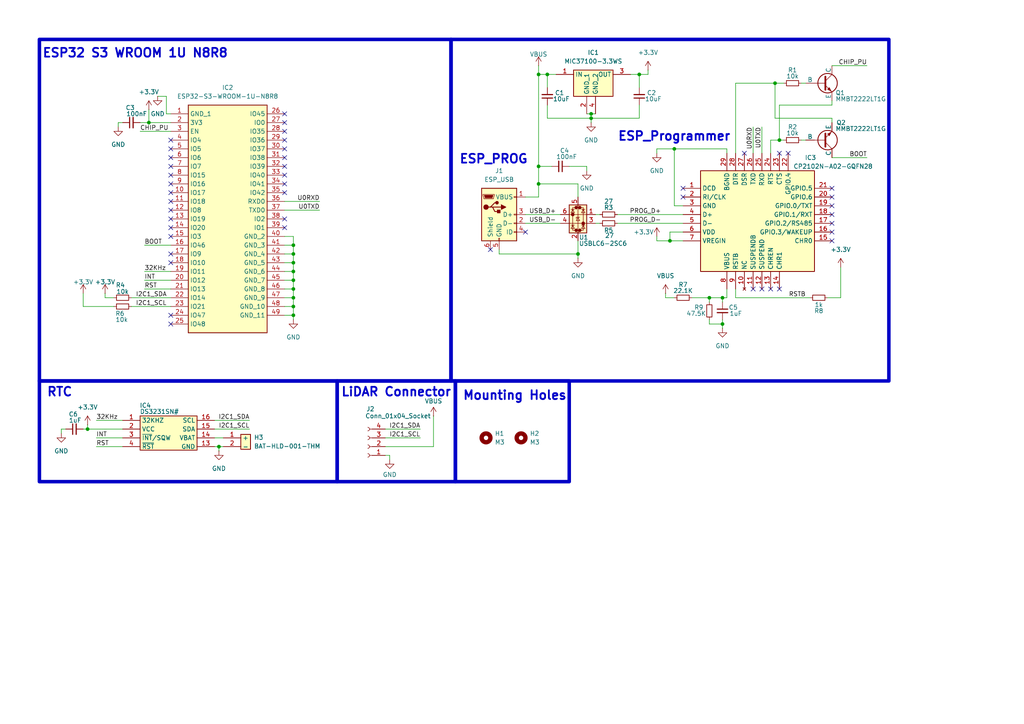
<source format=kicad_sch>
(kicad_sch (version 20250114) (generator "eeschema") (generator_version "9.0")
  (paper "A4")
  (title_block (title "SDM26 Timing Gate") (date "2025-07-16") (rev "V1.0") (company "Sun Devil Motorsports"))
  (lib_symbols
    (symbol "BAT-HLD-001-THM_1"
      (property "Reference" "H" (at 4.826 9.652 0))
      (property "Value" "BAT-HLD-001-THM" (at 4.826 7.112 0))
      (symbol "BAT-HLD-001-THM_1_1_1"
        (rectangle (start 5.08 3.556) (end 7.874 -0.762) (stroke (width 0.254)) (fill (type background)))
        (pin passive line (at 0 2.54 0) (length 5.08) (name "+") (number "1"))
        (pin passive line (at 0 0 0) (length 5.08) (name "-") (number "2"))
      )
    )
    (symbol "Connector:Conn_01x04_Socket" (pin_names (offset 1.016) (hide yes))
      (property "Reference" "J" (at 0 5.08 0))
      (property "Value" "Conn_01x04_Socket" (at 0 -7.62 0))
      (symbol "Conn_01x04_Socket_1_1"
        (polyline (pts (xy -1.27 2.54) (xy -0.508 2.54)) (stroke (width 0.1524)))
        (polyline (pts (xy -1.27 0) (xy -0.508 0)) (stroke (width 0.1524)))
        (polyline (pts (xy -1.27 -2.54) (xy -0.508 -2.54)) (stroke (width 0.1524)))
        (polyline (pts (xy -1.27 -5.08) (xy -0.508 -5.08)) (stroke (width 0.1524)))
        (arc (start 0 2.032) (mid -0.5058 2.54) (end 0 3.048) (stroke (width 0.1524)))
        (arc (start 0 -0.508) (mid -0.5058 0) (end 0 0.508) (stroke (width 0.1524)))
        (arc (start 0 -3.048) (mid -0.5058 -2.54) (end 0 -2.032) (stroke (width 0.1524)))
        (arc (start 0 -5.588) (mid -0.5058 -5.08) (end 0 -4.572) (stroke (width 0.1524)))
        (pin passive line (at -5.08 2.54 0) (length 3.81) (name "Pin_1") (number "1"))
        (pin passive line (at -5.08 0 0) (length 3.81) (name "Pin_2") (number "2"))
        (pin passive line (at -5.08 -2.54 0) (length 3.81) (name "Pin_3") (number "3"))
        (pin passive line (at -5.08 -5.08 0) (length 3.81) (name "Pin_4") (number "4"))
      )
    )
    (symbol "Connector:USB_B_Micro" (pin_names (offset 1.016))
      (property "Reference" "J" (at -5.08 11.43 0))
      (property "Value" "USB_B_Micro" (at -5.08 8.89 0))
      (symbol "USB_B_Micro_0_1"
        (rectangle (start -5.08 -7.62) (end 5.08 7.62) (stroke (width 0.254)) (fill (type background)))
        (polyline (pts (xy -4.699 5.842) (xy -4.699 5.588) (xy -4.445 4.826) (xy -4.445 4.572) (xy -1.651 4.572) (xy -1.651 4.826) (xy -1.397 5.588) (xy -1.397 5.842) (xy -4.699 5.842)))
        (polyline (pts (xy -4.318 5.588) (xy -1.778 5.588) (xy -2.032 4.826) (xy -4.064 4.826) (xy -4.318 5.588)) (fill (type outline)))
        (circle (center -3.81 2.159) (radius 0.635) (stroke (width 0.254)) (fill (type outline)))
        (polyline (pts (xy -3.175 2.159) (xy -2.54 2.159) (xy -1.27 3.429) (xy -0.635 3.429)) (stroke (width 0.254)))
        (polyline (pts (xy -2.54 2.159) (xy -1.905 2.159) (xy -1.27 0.889) (xy 0 0.889)) (stroke (width 0.254)))
        (polyline (pts (xy -1.905 2.159) (xy 0.635 2.159)) (stroke (width 0.254)))
        (circle (center -0.635 3.429) (radius 0.381) (stroke (width 0.254)) (fill (type outline)))
        (rectangle (start -0.127 -7.62) (end 0.127 -6.858))
        (rectangle (start 0.254 1.27) (end -0.508 0.508) (stroke (width 0.254)) (fill (type outline)))
        (polyline (pts (xy 0.635 2.794) (xy 0.635 1.524) (xy 1.905 2.159) (xy 0.635 2.794)) (stroke (width 0.254)) (fill (type outline)))
        (rectangle (start 5.08 4.953) (end 4.318 5.207))
        (rectangle (start 5.08 -0.127) (end 4.318 0.127))
        (rectangle (start 5.08 -2.667) (end 4.318 -2.413))
        (rectangle (start 5.08 -5.207) (end 4.318 -4.953))
      )
      (symbol "USB_B_Micro_1_1"
        (pin passive line (at -2.54 -10.16 90) (length 2.54) (name "Shield") (number "6"))
        (pin power_out line (at 0 -10.16 90) (length 2.54) (name "GND") (number "5"))
        (pin power_out line (at 7.62 5.08 180) (length 2.54) (name "VBUS") (number "1"))
        (pin bidirectional line (at 7.62 0 180) (length 2.54) (name "D+") (number "3"))
        (pin bidirectional line (at 7.62 -2.54 180) (length 2.54) (name "D-") (number "2"))
        (pin passive line (at 7.62 -5.08 180) (length 2.54) (name "ID") (number "4"))
      )
    )
    (symbol "Device:C_Small" (pin_numbers (hide yes)) (pin_names (offset 0.254) (hide yes))
      (property "Reference" "C" (at 0.254 1.778 0))
      (property "Value" "C_Small" (at 0.254 -2.032 0))
      (symbol "C_Small_0_1"
        (polyline (pts (xy -1.524 0.508) (xy 1.524 0.508)) (stroke (width 0.3048)))
        (polyline (pts (xy -1.524 -0.508) (xy 1.524 -0.508)) (stroke (width 0.3302)))
      )
      (symbol "C_Small_1_1"
        (pin passive line (at 0 2.54 270) (length 2.032) (name "~") (number "1"))
        (pin passive line (at 0 -2.54 90) (length 2.032) (name "~") (number "2"))
      )
    )
    (symbol "Device:R_Small" (pin_numbers (hide yes)) (pin_names (offset 0.254) (hide yes))
      (property "Reference" "R" (at 0.762 0.508 0))
      (property "Value" "R_Small" (at 0.762 -1.016 0))
      (symbol "R_Small_0_1"
        (rectangle (start -0.762 1.778) (end 0.762 -1.778) (stroke (width 0.2032)))
      )
      (symbol "R_Small_1_1"
        (pin passive line (at 0 2.54 270) (length 0.762) (name "~") (number "1"))
        (pin passive line (at 0 -2.54 90) (length 0.762) (name "~") (number "2"))
      )
    )
    (symbol "Mechanical:MountingHole" (pin_names (offset 1.016))
      (property "Reference" "H" (at 0 5.08 0))
      (property "Value" "MountingHole" (at 0 3.175 0))
      (symbol "MountingHole_0_1"
        (circle (center 0 0) (radius 1.27) (stroke (width 1.27)))
      )
    )
    (symbol "NPN_1" (pin_numbers (hide yes)) (pin_names (offset 0))
      (property "Reference" "Q2" (at 5.08 1.2701 0))
      (property "Value" "NPN" (at 5.08 -1.2699 0))
      (symbol "NPN_1_0_1"
        (polyline (pts (xy -2.54 0) (xy 0.635 0)) (stroke (width 0.1524)))
        (polyline (pts (xy 0.635 1.905) (xy 0.635 -1.905) (xy 0.635 -1.905)) (stroke (width 0.508)))
        (polyline (pts (xy 0.635 0.635) (xy 2.54 2.54) (xy 2.54 2.54)))
        (polyline (pts (xy 0.635 -0.635) (xy 2.54 -2.54)))
        (polyline (pts (xy 1.27 1.778) (xy 1.778 1.27) (xy 2.286 2.286) (xy 1.27 1.778) (xy 1.27 1.778)) (fill (type outline)))
        (circle (center 1.27 0) (radius 2.8194) (stroke (width 0.254)))
        (polyline (pts (xy 2.794 -1.27) (xy 2.794 -1.27)) (stroke (width 0.1524)))
        (polyline (pts (xy 2.794 -1.27) (xy 2.794 -1.27)) (stroke (width 0.1524)))
      )
      (symbol "NPN_1_1_1"
        (pin input line (at -5.08 0 0) (length 2.54) (name "B") (number "2"))
        (pin open_emitter line (at 2.54 5.08 270) (length 2.54) (name "E") (number "3"))
        (pin open_collector line (at 2.54 -5.08 90) (length 2.54) (name "C") (number "1"))
      )
    )
    (symbol "Power_Protection:USBLC6-2SC6" (pin_names (hide yes))
      (property "Reference" "U5" (at 1.6511 7.62 0))
      (property "Value" "USBLC6-2SC6" (at 1.6511 5.08 0))
      (symbol "USBLC6-2SC6_0_0"
        (circle (center -1.524 0) (radius 0.0001) (stroke (width 0.508)))
        (circle (center -0.508 2.032) (radius 0.0001) (stroke (width 0.508)))
        (circle (center -0.508 -4.572) (radius 0.0001) (stroke (width 0.508)))
        (circle (center 0.508 2.032) (radius 0.0001) (stroke (width 0.508)))
        (circle (center 0.508 -4.572) (radius 0.0001) (stroke (width 0.508)))
        (circle (center 1.524 -2.54) (radius 0.0001) (stroke (width 0.508)))
      )
      (symbol "USBLC6-2SC6_0_1"
        (polyline (pts (xy -2.54 0) (xy 2.54 0)))
        (polyline (pts (xy -2.54 -2.54) (xy 2.54 -2.54)))
        (polyline (pts (xy -2.032 0.508) (xy -1.016 0.508) (xy -1.524 1.524) (xy -2.032 0.508)))
        (polyline (pts (xy -2.032 -3.048) (xy -1.016 -3.048)))
        (polyline (pts (xy -1.016 1.524) (xy -2.032 1.524)))
        (polyline (pts (xy -1.016 -4.064) (xy -2.032 -4.064) (xy -1.524 -3.048) (xy -1.016 -4.064)))
        (polyline (pts (xy -0.508 -1.143) (xy -0.508 -0.762) (xy 0.508 -0.762)))
        (polyline (pts (xy 0 2.54) (xy -0.508 2.032) (xy 0.508 2.032) (xy 0 1.524) (xy 0 -4.064) (xy -0.508 -4.572) (xy 0.508 -4.572) (xy 0 -5.08)))
        (polyline (pts (xy 0.508 -1.778) (xy -0.508 -1.778) (xy 0 -0.762) (xy 0.508 -1.778)))
        (polyline (pts (xy 1.016 1.524) (xy 2.032 1.524)))
        (polyline (pts (xy 1.016 -3.048) (xy 2.032 -3.048)))
        (polyline (pts (xy 2.032 0.508) (xy 1.016 0.508) (xy 1.524 1.524) (xy 2.032 0.508)))
        (polyline (pts (xy 2.032 -4.064) (xy 1.016 -4.064) (xy 1.524 -3.048) (xy 2.032 -4.064)))
      )
      (symbol "USBLC6-2SC6_1_1"
        (rectangle (start -2.54 2.794) (end 2.54 -5.334) (stroke (width 0.254)) (fill (type background)))
        (polyline (pts (xy -0.508 2.032) (xy -1.524 2.032) (xy -1.524 -4.572) (xy -0.508 -4.572)))
        (polyline (pts (xy 0.508 -4.572) (xy 1.524 -4.572) (xy 1.524 2.032) (xy 0.508 2.032)))
        (pin passive line (at -5.08 0 0) (length 2.54) (name "I/O1") (number "6"))
        (pin passive line (at -5.08 -2.54 0) (length 2.54) (name "I/O2") (number "4"))
        (pin passive line (at 0 5.08 270) (length 2.54) (name "VBUS") (number "5"))
        (pin passive line (at 0 -7.62 90) (length 2.54) (name "GND") (number "2"))
        (pin passive line (at 5.08 0 180) (length 2.54) (name "I/O1") (number "1"))
        (pin passive line (at 5.08 -2.54 180) (length 2.54) (name "I/O2") (number "3"))
      )
    )
    (symbol "SDM_MICRO_CONTROLLER:ESP32-S3-WROOM-1U-N8R8"
      (property "Reference" "IC" (at 29.21 7.62 0))
      (property "Value" "ESP32-S3-WROOM-1U-N8R8" (at 29.21 5.08 0))
      (symbol "ESP32-S3-WROOM-1U-N8R8_1_1"
        (rectangle (start 5.08 2.54) (end 27.94 -63.5) (stroke (width 0.254)) (fill (type background)))
        (pin passive line (at 0 0 0) (length 5.08) (name "GND_1") (number "1"))
        (pin passive line (at 0 -2.54 0) (length 5.08) (name "3V3") (number "2"))
        (pin passive line (at 0 -5.08 0) (length 5.08) (name "EN") (number "3"))
        (pin passive line (at 0 -7.62 0) (length 5.08) (name "IO4") (number "4"))
        (pin passive line (at 0 -10.16 0) (length 5.08) (name "IO5") (number "5"))
        (pin passive line (at 0 -12.7 0) (length 5.08) (name "IO6") (number "6"))
        (pin passive line (at 0 -15.24 0) (length 5.08) (name "IO7") (number "7"))
        (pin passive line (at 0 -17.78 0) (length 5.08) (name "IO15") (number "8"))
        (pin passive line (at 0 -20.32 0) (length 5.08) (name "IO16") (number "9"))
        (pin passive line (at 0 -22.86 0) (length 5.08) (name "IO17") (number "10"))
        (pin passive line (at 0 -25.4 0) (length 5.08) (name "IO18") (number "11"))
        (pin passive line (at 0 -27.94 0) (length 5.08) (name "IO8") (number "12"))
        (pin passive line (at 0 -30.48 0) (length 5.08) (name "IO19") (number "13"))
        (pin passive line (at 0 -33.02 0) (length 5.08) (name "IO20") (number "14"))
        (pin passive line (at 0 -35.56 0) (length 5.08) (name "IO3") (number "15"))
        (pin passive line (at 0 -38.1 0) (length 5.08) (name "IO46") (number "16"))
        (pin passive line (at 0 -40.64 0) (length 5.08) (name "IO9") (number "17"))
        (pin passive line (at 0 -43.18 0) (length 5.08) (name "IO10") (number "18"))
        (pin passive line (at 0 -45.72 0) (length 5.08) (name "IO11") (number "19"))
        (pin passive line (at 0 -48.26 0) (length 5.08) (name "IO12") (number "20"))
        (pin passive line (at 0 -50.8 0) (length 5.08) (name "IO13") (number "21"))
        (pin passive line (at 0 -53.34 0) (length 5.08) (name "IO14") (number "22"))
        (pin passive line (at 0 -55.88 0) (length 5.08) (name "IO21") (number "23"))
        (pin passive line (at 0 -58.42 0) (length 5.08) (name "IO47") (number "24"))
        (pin passive line (at 0 -60.96 0) (length 5.08) (name "IO48") (number "25"))
        (pin passive line (at 33.02 0 180) (length 5.08) (name "IO45") (number "26"))
        (pin passive line (at 33.02 -2.54 180) (length 5.08) (name "IO0") (number "27"))
        (pin passive line (at 33.02 -5.08 180) (length 5.08) (name "IO35") (number "28"))
        (pin passive line (at 33.02 -7.62 180) (length 5.08) (name "IO36") (number "29"))
        (pin passive line (at 33.02 -10.16 180) (length 5.08) (name "IO37") (number "30"))
        (pin passive line (at 33.02 -12.7 180) (length 5.08) (name "IO38") (number "31"))
        (pin passive line (at 33.02 -15.24 180) (length 5.08) (name "IO39") (number "32"))
        (pin passive line (at 33.02 -17.78 180) (length 5.08) (name "IO40") (number "33"))
        (pin passive line (at 33.02 -20.32 180) (length 5.08) (name "IO41") (number "34"))
        (pin passive line (at 33.02 -22.86 180) (length 5.08) (name "IO42") (number "35"))
        (pin passive line (at 33.02 -25.4 180) (length 5.08) (name "RXD0") (number "36"))
        (pin passive line (at 33.02 -27.94 180) (length 5.08) (name "TXD0") (number "37"))
        (pin passive line (at 33.02 -30.48 180) (length 5.08) (name "IO2") (number "38"))
        (pin passive line (at 33.02 -33.02 180) (length 5.08) (name "IO1") (number "39"))
        (pin passive line (at 33.02 -35.56 180) (length 5.08) (name "GND_2") (number "40"))
        (pin passive line (at 33.02 -38.1 180) (length 5.08) (name "GND_3") (number "41"))
        (pin passive line (at 33.02 -40.64 180) (length 5.08) (name "GND_4") (number "42"))
        (pin passive line (at 33.02 -43.18 180) (length 5.08) (name "GND_5") (number "43"))
        (pin passive line (at 33.02 -45.72 180) (length 5.08) (name "GND_6") (number "44"))
        (pin passive line (at 33.02 -48.26 180) (length 5.08) (name "GND_7") (number "45"))
        (pin passive line (at 33.02 -50.8 180) (length 5.08) (name "GND_8") (number "46"))
        (pin passive line (at 33.02 -53.34 180) (length 5.08) (name "GND_9") (number "47"))
        (pin passive line (at 33.02 -55.88 180) (length 5.08) (name "GND_10") (number "48"))
        (pin passive line (at 33.02 -58.42 180) (length 5.08) (name "GND_11") (number "49"))
      )
    )
    (symbol "SDM_RTC:DS3231SN#"
      (property "Reference" "IC" (at 31.75 7.62 0))
      (property "Value" "DS3231SN#" (at 31.75 5.08 0))
      (symbol "DS3231SN#_1_1"
        (rectangle (start 5.08 1.27) (end 21.59 -8.636) (stroke (width 0.254)) (fill (type background)))
        (pin passive line (at 0 0 0) (length 5.08) (name "32KHZ") (number "1"))
        (pin passive line (at 0 -2.54 0) (length 5.08) (name "VCC") (number "2"))
        (pin passive line (at 0 -5.08 0) (length 5.08) (name "~{INT}/SQW") (number "3"))
        (pin passive line (at 0 -7.62 0) (length 5.08) (name "~{RST}") (number "4"))
        (pin no_connect line (at 0 -10.16 0) (length 5.08) (hide yes) (name "N.C._1") (number "5"))
        (pin no_connect line (at 0 -12.7 0) (length 5.08) (hide yes) (name "N.C._2") (number "6"))
        (pin no_connect line (at 0 -15.24 0) (length 5.08) (hide yes) (name "N.C._3") (number "7"))
        (pin no_connect line (at 0 -17.78 0) (length 5.08) (hide yes) (name "N.C._4") (number "8"))
        (pin passive line (at 26.67 0 180) (length 5.08) (name "SCL") (number "16"))
        (pin passive line (at 26.67 -2.54 180) (length 5.08) (name "SDA") (number "15"))
        (pin passive line (at 26.67 -5.08 180) (length 5.08) (name "VBAT") (number "14"))
        (pin passive line (at 26.67 -7.62 180) (length 5.08) (name "GND") (number "13"))
        (pin no_connect line (at 35.56 -10.16 180) (length 5.08) (hide yes) (name "N.C._8") (number "12"))
        (pin no_connect line (at 35.56 -12.7 180) (length 5.08) (hide yes) (name "N.C._7") (number "11"))
        (pin no_connect line (at 35.56 -15.24 180) (length 5.08) (hide yes) (name "N.C._6") (number "10"))
        (pin no_connect line (at 35.56 -17.78 180) (length 5.08) (hide yes) (name "N.C._5") (number "9"))
      )
    )
    (symbol "SDM_USBUART:CP2102N-A02-GQFN28"
      (property "Reference" "IC" (at 39.37 17.78 0))
      (property "Value" "CP2102N-A02-GQFN28" (at 39.37 15.24 0))
      (symbol "CP2102N-A02-GQFN28_1_1"
        (rectangle (start 5.08 5.08) (end 38.1 -24.13) (stroke (width 0.254)) (fill (type background)))
        (pin input line (at 0 0 0) (length 5.08) (name "DCD") (number "1"))
        (pin bidirectional line (at 0 -2.54 0) (length 5.08) (name "RI/CLK") (number "2"))
        (pin power_in line (at 0 -5.08 0) (length 5.08) (name "GND") (number "3"))
        (pin bidirectional line (at 0 -7.62 0) (length 5.08) (name "D+") (number "4"))
        (pin bidirectional line (at 0 -10.16 0) (length 5.08) (name "D-") (number "5"))
        (pin power_in line (at 0 -12.7 0) (length 5.08) (name "VDD") (number "6"))
        (pin power_in line (at 0 -15.24 0) (length 5.08) (name "VREGIN") (number "7"))
        (pin power_in line (at 12.7 10.16 270) (length 5.08) (name "BGND") (number "29"))
        (pin input line (at 12.7 -29.21 90) (length 5.08) (name "VBUS") (number "8"))
        (pin output line (at 15.24 10.16 270) (length 5.08) (name "DTR") (number "28"))
        (pin input line (at 15.24 -29.21 90) (length 5.08) (name "RSTB") (number "9"))
        (pin input line (at 17.78 10.16 270) (length 5.08) (name "DSR") (number "27"))
        (pin no_connect line (at 17.78 -29.21 90) (length 5.08) (name "NC") (number "10"))
        (pin output line (at 20.32 10.16 270) (length 5.08) (name "TXD") (number "26"))
        (pin output line (at 20.32 -29.21 90) (length 5.08) (name "SUSPENDB") (number "11"))
        (pin input line (at 22.86 10.16 270) (length 5.08) (name "RXD") (number "25"))
        (pin output line (at 22.86 -29.21 90) (length 5.08) (name "SUSPEND") (number "12"))
        (pin output line (at 25.4 10.16 270) (length 5.08) (name "RTS") (number "24"))
        (pin output line (at 25.4 -29.21 90) (length 5.08) (name "CHREN") (number "13"))
        (pin input line (at 27.94 10.16 270) (length 5.08) (name "CTS") (number "23"))
        (pin output line (at 27.94 -29.21 90) (length 5.08) (name "CHR1") (number "14"))
        (pin bidirectional line (at 30.48 10.16 270) (length 5.08) (name "GPIO.4") (number "22"))
        (pin bidirectional line (at 43.18 0 180) (length 5.08) (name "GPIO.5") (number "21"))
        (pin bidirectional line (at 43.18 -2.54 180) (length 5.08) (name "GPIO.6") (number "20"))
        (pin bidirectional line (at 43.18 -5.08 180) (length 5.08) (name "GPIO.0/TXT") (number "19"))
        (pin bidirectional line (at 43.18 -7.62 180) (length 5.08) (name "GPIO.1/RXT") (number "18"))
        (pin bidirectional line (at 43.18 -10.16 180) (length 5.08) (name "GPIO.2/RS485") (number "17"))
        (pin bidirectional line (at 43.18 -12.7 180) (length 5.08) (name "GPIO.3/WAKEUP") (number "16"))
        (pin output line (at 43.18 -15.24 180) (length 5.08) (name "CHR0") (number "15"))
      )
    )
    (symbol "SDM_VOLTAGE_REGULATORS:MIC37100-3.3WS"
      (property "Reference" "IC" (at 26.67 7.62 0))
      (property "Value" "MIC37100-3.3WS" (at 26.67 5.08 0))
      (symbol "MIC37100-3.3WS_1_1"
        (rectangle (start 5.08 2.54) (end 16.51 -5.08) (stroke (width 0.254)) (fill (type background)))
        (pin passive line (at 0 1.27 0) (length 5.08) (name "IN") (number "1"))
        (pin passive line (at 8.89 -10.16 90) (length 5.08) (name "GND_1") (number "2"))
        (pin passive line (at 11.43 -10.16 90) (length 5.08) (name "GND_2") (number "4"))
        (pin passive line (at 21.59 1.27 180) (length 5.08) (name "OUT") (number "3"))
      )
    )
    (symbol "Simulation_SPICE:NPN" (pin_numbers (hide yes)) (pin_names (offset 0))
      (property "Reference" "Q" (at -2.54 7.62 0))
      (property "Value" "NPN" (at -2.54 5.08 0))
      (symbol "NPN_0_1"
        (polyline (pts (xy -2.54 0) (xy 0.635 0)) (stroke (width 0.1524)))
        (polyline (pts (xy 0.635 1.905) (xy 0.635 -1.905) (xy 0.635 -1.905)) (stroke (width 0.508)))
        (polyline (pts (xy 0.635 0.635) (xy 2.54 2.54)))
        (polyline (pts (xy 0.635 -0.635) (xy 2.54 -2.54) (xy 2.54 -2.54)))
        (circle (center 1.27 0) (radius 2.8194) (stroke (width 0.254)))
        (polyline (pts (xy 1.27 -1.778) (xy 1.778 -1.27) (xy 2.286 -2.286) (xy 1.27 -1.778) (xy 1.27 -1.778)) (fill (type outline)))
        (polyline (pts (xy 2.794 -1.27) (xy 2.794 -1.27)) (stroke (width 0.1524)))
        (polyline (pts (xy 2.794 -1.27) (xy 2.794 -1.27)) (stroke (width 0.1524)))
      )
      (symbol "NPN_1_1"
        (pin input line (at -5.08 0 0) (length 2.54) (name "B") (number "2"))
        (pin open_collector line (at 2.54 5.08 270) (length 2.54) (name "C") (number "1"))
        (pin open_emitter line (at 2.54 -5.08 90) (length 2.54) (name "E") (number "3"))
      )
    )
    (symbol "power:+3.3V" (power) (pin_numbers (hide yes)) (pin_names (offset 0) (hide yes))
      (property "Value" "+3.3V" (at 0 3.556 0))
      (symbol "+3.3V_0_1"
        (polyline (pts (xy -0.762 1.27) (xy 0 2.54)))
        (polyline (pts (xy 0 2.54) (xy 0.762 1.27)))
        (polyline (pts (xy 0 0) (xy 0 2.54)))
      )
      (symbol "+3.3V_1_1"
        (pin power_in line (at 0 0 90) (length 0) (name "~") (number "1"))
      )
    )
    (symbol "power:GND" (power) (pin_numbers (hide yes)) (pin_names (offset 0) (hide yes))
      (property "Value" "GND" (at 0 -3.81 0))
      (symbol "GND_0_1"
        (polyline (pts (xy 0 0) (xy 0 -1.27) (xy 1.27 -1.27) (xy 0 -2.54) (xy -1.27 -1.27) (xy 0 -1.27)))
      )
      (symbol "GND_1_1"
        (pin power_in line (at 0 0 270) (length 0) (name "~") (number "1"))
      )
    )
    (symbol "power:VBUS" (power) (pin_numbers (hide yes)) (pin_names (offset 0) (hide yes))
      (property "Value" "VBUS" (at 0 3.556 0))
      (symbol "VBUS_0_1"
        (polyline (pts (xy -0.762 1.27) (xy 0 2.54)))
        (polyline (pts (xy 0 2.54) (xy 0.762 1.27)))
        (polyline (pts (xy 0 0) (xy 0 2.54)))
      )
      (symbol "VBUS_1_1"
        (pin power_in line (at 0 0 90) (length 0) (name "~") (number "1"))
      )
    )
  )
  (rectangle (start 11.43 11.43) (end 130.81 110.49) (stroke (width 1.016)))
  (rectangle (start 97.79 110.49) (end 132.08 139.7) (stroke (width 1.016)))
  (rectangle (start 11.43 110.49) (end 97.79 139.7) (stroke (width 1.016)))
  (rectangle (start 130.81 11.43) (end 257.81 110.49) (stroke (width 1.016)))
  (rectangle (start 132.08 110.49) (end 165.1 139.7) (stroke (width 1.016)))
  (text "ESP32 S3 WROOM 1U N8R8" (at 66.294 17.018 0) (effects (font (size 2.54 2.54) (thickness 0.512) (bold yes)) (justify right bottom)))
  (text "RTC" (at 13.462 115.316 0) (effects (font (size 2.54 2.54) (thickness 0.512) (bold yes)) (justify left bottom)))
  (text "ESP_PROG" (at 133.096 47.752 0) (effects (font (size 2.54 2.54) (thickness 0.512) (bold yes)) (justify left bottom)))
  (text "Mounting Holes" (at 134.112 116.332 0) (effects (font (size 2.56 2.56) (thickness 0.512) (bold yes)) (justify left bottom)))
  (text "ESP_Programmer" (at 179.07 41.148 0) (effects (font (size 2.54 2.54) (thickness 0.512) (bold yes)) (justify left bottom)))
  (text "LiDAR Connector" (at 98.806 115.316 0) (effects (font (size 2.54 2.54) (thickness 0.512) (bold yes)) (justify left bottom)))
  (junction (at 85.09 76.2))
  (junction (at 209.55 93.98))
  (junction (at 85.09 91.44))
  (junction (at 224.79 24.13))
  (junction (at 156.21 21.59))
  (junction (at 156.21 48.26))
  (junction (at 167.64 73.66))
  (junction (at 171.45 34.29))
  (junction (at 185.42 21.59))
  (junction (at 85.09 78.74))
  (junction (at 43.18 35.56))
  (junction (at 195.58 43.18))
  (junction (at 85.09 88.9))
  (junction (at 85.09 86.36))
  (junction (at 85.09 83.82))
  (junction (at 85.09 81.28))
  (junction (at 205.74 86.36))
  (junction (at 25.4 124.46))
  (junction (at 158.75 21.59))
  (junction (at 226.06 40.64))
  (junction (at 63.5 129.54))
  (junction (at 156.21 53.34))
  (junction (at 194.31 69.85))
  (junction (at 85.09 73.66))
  (junction (at 85.09 71.12))
  (junction (at 171.45 33.02))
  (junction (at 209.55 86.36))
  (no_connect (at 49.53 40.64))
  (no_connect (at 82.55 38.1))
  (no_connect (at 82.55 33.02))
  (no_connect (at 223.52 83.82))
  (no_connect (at 228.6 44.45))
  (no_connect (at 82.55 45.72))
  (no_connect (at 49.53 93.98))
  (no_connect (at 241.3 59.69))
  (no_connect (at 241.3 62.23))
  (no_connect (at 49.53 45.72))
  (no_connect (at 82.55 50.8))
  (no_connect (at 152.4 67.31))
  (no_connect (at 241.3 69.85))
  (no_connect (at 218.44 83.82))
  (no_connect (at 241.3 54.61))
  (no_connect (at 82.55 55.88))
  (no_connect (at 215.9 44.45))
  (no_connect (at 49.53 43.18))
  (no_connect (at 49.53 58.42))
  (no_connect (at 241.3 64.77))
  (no_connect (at 226.06 83.82))
  (no_connect (at 226.06 44.45))
  (no_connect (at 49.53 63.5))
  (no_connect (at 49.53 60.96))
  (no_connect (at 82.55 48.26))
  (no_connect (at 49.53 66.04))
  (no_connect (at 49.53 48.26))
  (no_connect (at 82.55 35.56))
  (no_connect (at 82.55 40.64))
  (no_connect (at 142.24 72.39))
  (no_connect (at 49.53 91.44))
  (no_connect (at 49.53 55.88))
  (no_connect (at 49.53 50.8))
  (no_connect (at 82.55 66.04))
  (no_connect (at 49.53 73.66))
  (no_connect (at 49.53 53.34))
  (no_connect (at 82.55 43.18))
  (no_connect (at 241.3 67.31))
  (no_connect (at 220.98 83.82))
  (no_connect (at 82.55 63.5))
  (no_connect (at 198.12 57.15))
  (no_connect (at 82.55 53.34))
  (no_connect (at 49.53 68.58))
  (no_connect (at 198.12 54.61))
  (no_connect (at 241.3 57.15))
  (no_connect (at 49.53 76.2))
  (wire (pts (xy 111.76 124.46) (xy 121.92 124.46)))
  (wire (pts (xy 41.91 81.28) (xy 49.53 81.28)))
  (wire (pts (xy 156.21 21.59) (xy 158.75 21.59)))
  (wire (pts (xy 241.3 30.48) (xy 226.06 30.48)))
  (wire (pts (xy 25.4 123.19) (xy 25.4 124.46)))
  (wire (pts (xy 194.31 69.85) (xy 198.12 69.85)))
  (wire (pts (xy 213.36 86.36) (xy 234.95 86.36)))
  (wire (pts (xy 185.42 30.48) (xy 185.42 34.29)))
  (wire (pts (xy 171.45 35.56) (xy 171.45 34.29)))
  (wire (pts (xy 209.55 93.98) (xy 209.55 95.25)))
  (wire (pts (xy 144.78 72.39) (xy 144.78 73.66)))
  (wire (pts (xy 241.3 45.72) (xy 251.46 45.72)))
  (wire (pts (xy 48.26 33.02) (xy 48.26 27.94)))
  (wire (pts (xy 218.44 44.45) (xy 218.44 36.83)))
  (wire (pts (xy 179.07 62.23) (xy 198.12 62.23)))
  (wire (pts (xy 24.13 88.9) (xy 33.02 88.9)))
  (wire (pts (xy 210.82 86.36) (xy 210.82 83.82)))
  (wire (pts (xy 85.09 78.74) (xy 85.09 81.28)))
  (wire (pts (xy 167.64 69.85) (xy 167.64 73.66)))
  (wire (pts (xy 49.53 35.56) (xy 43.18 35.56)))
  (wire (pts (xy 241.3 30.48) (xy 241.3 29.21)))
  (wire (pts (xy 223.52 40.64) (xy 226.06 40.64)))
  (wire (pts (xy 198.12 59.69) (xy 195.58 59.69)))
  (wire (pts (xy 193.04 85.09) (xy 193.04 86.36)))
  (wire (pts (xy 158.75 21.59) (xy 161.29 21.59)))
  (wire (pts (xy 82.55 86.36) (xy 85.09 86.36)))
  (wire (pts (xy 224.79 24.13) (xy 227.33 24.13)))
  (wire (pts (xy 17.78 125.73) (xy 17.78 124.46)))
  (wire (pts (xy 48.26 27.94) (xy 45.72 27.94)))
  (wire (pts (xy 85.09 81.28) (xy 85.09 83.82)))
  (wire (pts (xy 82.55 91.44) (xy 85.09 91.44)))
  (wire (pts (xy 63.5 129.54) (xy 64.77 129.54)))
  (wire (pts (xy 194.31 67.31) (xy 194.31 69.85)))
  (wire (pts (xy 170.18 33.02) (xy 171.45 33.02)))
  (wire (pts (xy 182.88 21.59) (xy 185.42 21.59)))
  (wire (pts (xy 210.82 43.18) (xy 195.58 43.18)))
  (wire (pts (xy 82.55 83.82) (xy 85.09 83.82)))
  (wire (pts (xy 195.58 43.18) (xy 195.58 59.69)))
  (wire (pts (xy 34.29 35.56) (xy 34.29 36.83)))
  (wire (pts (xy 232.41 40.64) (xy 233.68 40.64)))
  (wire (pts (xy 113.03 132.08) (xy 113.03 133.35)))
  (wire (pts (xy 209.55 86.36) (xy 209.55 87.63)))
  (wire (pts (xy 156.21 53.34) (xy 156.21 57.15)))
  (wire (pts (xy 243.84 86.36) (xy 243.84 77.47)))
  (wire (pts (xy 205.74 87.63) (xy 205.74 86.36)))
  (wire (pts (xy 209.55 92.71) (xy 209.55 93.98)))
  (wire (pts (xy 85.09 68.58) (xy 85.09 71.12)))
  (wire (pts (xy 171.45 33.02) (xy 172.72 33.02)))
  (wire (pts (xy 82.55 81.28) (xy 85.09 81.28)))
  (wire (pts (xy 25.4 124.46) (xy 35.56 124.46)))
  (wire (pts (xy 24.13 85.09) (xy 24.13 88.9)))
  (wire (pts (xy 27.94 129.54) (xy 35.56 129.54)))
  (wire (pts (xy 194.31 67.31) (xy 198.12 67.31)))
  (wire (pts (xy 200.66 86.36) (xy 205.74 86.36)))
  (wire (pts (xy 111.76 127) (xy 121.92 127)))
  (wire (pts (xy 190.5 68.58) (xy 190.5 69.85)))
  (wire (pts (xy 158.75 34.29) (xy 171.45 34.29)))
  (wire (pts (xy 111.76 132.08) (xy 113.03 132.08)))
  (wire (pts (xy 125.73 129.54) (xy 111.76 129.54)))
  (wire (pts (xy 85.09 71.12) (xy 85.09 73.66)))
  (wire (pts (xy 213.36 24.13) (xy 213.36 44.45)))
  (wire (pts (xy 210.82 43.18) (xy 210.82 44.45)))
  (wire (pts (xy 63.5 129.54) (xy 63.5 130.81)))
  (wire (pts (xy 185.42 34.29) (xy 171.45 34.29)))
  (wire (pts (xy 187.96 21.59) (xy 187.96 20.32)))
  (wire (pts (xy 82.55 68.58) (xy 85.09 68.58)))
  (wire (pts (xy 41.91 78.74) (xy 49.53 78.74)))
  (wire (pts (xy 205.74 92.71) (xy 205.74 93.98)))
  (wire (pts (xy 223.52 44.45) (xy 223.52 40.64)))
  (wire (pts (xy 125.73 120.65) (xy 125.73 129.54)))
  (wire (pts (xy 205.74 86.36) (xy 209.55 86.36)))
  (wire (pts (xy 82.55 76.2) (xy 85.09 76.2)))
  (wire (pts (xy 190.5 43.18) (xy 195.58 43.18)))
  (wire (pts (xy 156.21 19.05) (xy 156.21 21.59)))
  (wire (pts (xy 226.06 40.64) (xy 227.33 40.64)))
  (wire (pts (xy 85.09 88.9) (xy 85.09 91.44)))
  (wire (pts (xy 30.48 86.36) (xy 30.48 85.09)))
  (wire (pts (xy 167.64 53.34) (xy 167.64 57.15)))
  (wire (pts (xy 185.42 21.59) (xy 187.96 21.59)))
  (wire (pts (xy 158.75 21.59) (xy 158.75 25.4)))
  (wire (pts (xy 241.3 19.05) (xy 251.46 19.05)))
  (wire (pts (xy 62.23 121.92) (xy 72.39 121.92)))
  (wire (pts (xy 34.29 35.56) (xy 35.56 35.56)))
  (wire (pts (xy 226.06 30.48) (xy 226.06 40.64)))
  (wire (pts (xy 224.79 34.29) (xy 224.79 24.13)))
  (wire (pts (xy 156.21 53.34) (xy 167.64 53.34)))
  (wire (pts (xy 240.03 86.36) (xy 243.84 86.36)))
  (wire (pts (xy 27.94 121.92) (xy 35.56 121.92)))
  (wire (pts (xy 165.1 48.26) (xy 170.18 48.26)))
  (wire (pts (xy 82.55 88.9) (xy 85.09 88.9)))
  (wire (pts (xy 205.74 93.98) (xy 209.55 93.98)))
  (wire (pts (xy 172.72 64.77) (xy 173.99 64.77)))
  (wire (pts (xy 27.94 127) (xy 35.56 127)))
  (wire (pts (xy 43.18 35.56) (xy 43.18 31.75)))
  (wire (pts (xy 213.36 86.36) (xy 213.36 83.82)))
  (wire (pts (xy 41.91 71.12) (xy 49.53 71.12)))
  (wire (pts (xy 179.07 64.77) (xy 198.12 64.77)))
  (wire (pts (xy 241.3 34.29) (xy 224.79 34.29)))
  (wire (pts (xy 152.4 57.15) (xy 156.21 57.15)))
  (wire (pts (xy 33.02 86.36) (xy 30.48 86.36)))
  (wire (pts (xy 64.77 127) (xy 62.23 127)))
  (wire (pts (xy 85.09 91.44) (xy 85.09 92.71)))
  (wire (pts (xy 171.45 34.29) (xy 171.45 33.02)))
  (wire (pts (xy 82.55 73.66) (xy 85.09 73.66)))
  (wire (pts (xy 85.09 86.36) (xy 85.09 88.9)))
  (wire (pts (xy 156.21 21.59) (xy 156.21 48.26)))
  (wire (pts (xy 158.75 30.48) (xy 158.75 34.29)))
  (wire (pts (xy 85.09 73.66) (xy 85.09 76.2)))
  (wire (pts (xy 49.53 33.02) (xy 48.26 33.02)))
  (wire (pts (xy 82.55 71.12) (xy 85.09 71.12)))
  (wire (pts (xy 185.42 21.59) (xy 185.42 25.4)))
  (wire (pts (xy 193.04 86.36) (xy 195.58 86.36)))
  (wire (pts (xy 156.21 48.26) (xy 156.21 53.34)))
  (wire (pts (xy 40.64 35.56) (xy 43.18 35.56)))
  (wire (pts (xy 41.91 83.82) (xy 49.53 83.82)))
  (wire (pts (xy 209.55 86.36) (xy 210.82 86.36)))
  (wire (pts (xy 38.1 86.36) (xy 49.53 86.36)))
  (wire (pts (xy 220.98 44.45) (xy 220.98 36.83)))
  (wire (pts (xy 85.09 76.2) (xy 85.09 78.74)))
  (wire (pts (xy 152.4 62.23) (xy 162.56 62.23)))
  (wire (pts (xy 144.78 73.66) (xy 167.64 73.66)))
  (wire (pts (xy 232.41 24.13) (xy 233.68 24.13)))
  (wire (pts (xy 63.5 129.54) (xy 62.23 129.54)))
  (wire (pts (xy 241.3 34.29) (xy 241.3 35.56)))
  (wire (pts (xy 82.55 60.96) (xy 92.71 60.96)))
  (wire (pts (xy 213.36 24.13) (xy 224.79 24.13)))
  (wire (pts (xy 152.4 64.77) (xy 162.56 64.77)))
  (wire (pts (xy 190.5 69.85) (xy 194.31 69.85)))
  (wire (pts (xy 190.5 43.18) (xy 190.5 44.45)))
  (wire (pts (xy 170.18 48.26) (xy 170.18 49.53)))
  (wire (pts (xy 38.1 88.9) (xy 49.53 88.9)))
  (wire (pts (xy 85.09 83.82) (xy 85.09 86.36)))
  (wire (pts (xy 62.23 124.46) (xy 72.39 124.46)))
  (wire (pts (xy 24.13 124.46) (xy 25.4 124.46)))
  (wire (pts (xy 172.72 62.23) (xy 173.99 62.23)))
  (wire (pts (xy 156.21 48.26) (xy 160.02 48.26)))
  (wire (pts (xy 40.64 38.1) (xy 49.53 38.1)))
  (wire (pts (xy 17.78 124.46) (xy 19.05 124.46)))
  (wire (pts (xy 82.55 78.74) (xy 85.09 78.74)))
  (wire (pts (xy 82.55 58.42) (xy 92.71 58.42)))
  (wire (pts (xy 167.64 73.66) (xy 167.64 74.93)))
  (label "PROG_D+" (at 191.77 62.23 180))
  (label "CHIP_PU" (at 251.46 19.05 180))
  (label "CHIP_PU" (at 40.64 38.1 0))
  (label "RST" (at 41.91 83.82 0))
  (label "INT" (at 27.94 127 0))
  (label "I2C1_SCL" (at 121.92 127 180))
  (label "RSTB" (at 233.68 86.36 180))
  (label "32KHz" (at 41.91 78.74 0))
  (label "I2C1_SCL" (at 72.39 124.46 180))
  (label "I2C1_SCL" (at 39.37 88.9 0))
  (label "U0RXD" (at 92.71 58.42 180))
  (label "I2C1_SDA" (at 39.37 86.36 0))
  (label "U0TXD" (at 92.71 60.96 180))
  (label "U0RXD" (at 218.44 36.83 270))
  (label "BOOT" (at 41.91 71.12 0))
  (label "RST" (at 27.94 129.54 0))
  (label "I2C1_SDA" (at 121.92 124.46 180))
  (label "INT" (at 41.91 81.28 0))
  (label "U0TXD" (at 220.98 36.83 270))
  (label "USB_D+" (at 161.29 62.23 180))
  (label "I2C1_SDA" (at 72.39 121.92 180))
  (label "32KHz" (at 27.94 121.92 0))
  (label "USB_D-" (at 161.29 64.77 180))
  (label "PROG_D-" (at 191.77 64.77 180))
  (label "BOOT" (at 251.46 45.72 180))
  (symbol (lib_id "SDM_RTC:DS3231SN#") (at 35.56 121.92 0) (unit 1)
    (property "Reference" "IC4" (at 42.164 117.602 0))
    (property "Value" "DS3231SN#" (at 46.228 119.38 0))
    (property "Footprint" "SDM_MiscFootprint:SOIC127P1032X265-16L" (effects (hide yes)))
    (property "Datasheet" "https://datasheets.maximintegrated.com/en/ds/DS3231.pdf" (effects (hide yes)))
    (property "Description" "Real Time Clock Serial Maxim DS3231SN# Real Time Clock, Battery Backup, Calendar, Clock, I2C, 5.5 V, 16-Pin SOIC" (effects (hide yes)))
    (property "Height" "2.65" (effects (hide yes)))
    (property "Mouser Part Number" "700-DS3231SN#" (effects (hide yes)))
    (property "Mouser Price/Stock" "https://www.mouser.co.uk/ProductDetail/Analog-Devices-Maxim-Integrated/DS3231SN?qs=1eQvB6Dk1vhUlr8%2FOrV0Fw%3D%3D" (effects (hide yes)))
    (property "Manufacturer_Name" "Analog Devices" (effects (hide yes)))
    (property "Manufacturer_Part_Number" "DS3231SN#" (effects (hide yes)))
  )
  (symbol (lib_id "Device:C_Small") (at 185.42 27.94 180) (unit 1)
    (property "Reference" "C2" (at 188.976 26.924 0))
    (property "Value" "10uF" (at 189.484 28.702 0))
    (property "Footprint" "Capacitor_SMD:C_0603_1608Metric" (effects (hide yes)))
  )
  (symbol (lib_id "Device:R_Small") (at 35.56 86.36 270) (unit 1)
    (property "Reference" "R4" (at 34.925 82.677 90))
    (property "Value" "10k" (at 35.56 84.582 90))
    (property "Footprint" "Resistor_SMD:R_0603_1608Metric" (effects (hide yes)))
  )
  (symbol (lib_id "power:GND") (at 63.5 130.81 0) (unit 1)
    (property "Reference" "#PWR020" (effects (hide yes)))
    (property "Value" "GND" (at 63.5 135.89 0))
    (property "Description" "Power symbol creates a global label with name \"GND\" , ground" (effects (hide yes)))
  )
  (symbol (lib_id "power:GND") (at 17.78 125.73 0) (unit 1)
    (property "Reference" "#PWR019" (effects (hide yes)))
    (property "Value" "GND" (at 17.78 130.81 0))
    (property "Description" "Power symbol creates a global label with name \"GND\" , ground" (effects (hide yes)))
  )
  (symbol (lib_id "power:GND") (at 170.18 49.53 0) (unit 1)
    (property "Reference" "#PWR08" (effects (hide yes)))
    (property "Value" "GND" (at 170.18 54.61 0))
    (property "Description" "Power symbol creates a global label with name \"GND\" , ground" (effects (hide yes)))
  )
  (symbol (lib_id "power:+3.3V") (at 43.18 31.75 0) (unit 1)
    (property "Reference" "#PWR04" (effects (hide yes)))
    (property "Value" "+3.3V" (at 43.18 26.67 0))
    (property "Description" "Power symbol creates a global label with name \"+3.3V\"" (effects (hide yes)))
  )
  (symbol (lib_id "Mechanical:MountingHole") (at 151.13 127 0) (unit 1)
    (property "Reference" "H2" (at 153.67 125.73 0) (effects (justify left)))
    (property "Value" "M3" (at 153.67 128.27 0) (effects (justify left)))
    (property "Footprint" "MountingHole:MountingHole_3.2mm_M3" (effects (hide yes)))
  )
  (symbol (lib_id "power:GND") (at 209.55 95.25 0) (unit 1)
    (property "Reference" "#PWR016" (effects (hide yes)))
    (property "Value" "GND" (at 209.55 100.33 0))
    (property "Description" "Power symbol creates a global label with name \"GND\" , ground" (effects (hide yes)))
  )
  (symbol (lib_id "power:GND") (at 190.5 44.45 0) (unit 1)
    (property "Reference" "#PWR07" (effects (hide yes)))
    (property "Value" "GND" (at 190.5 49.53 0))
    (property "Description" "Power symbol creates a global label with name \"GND\" , ground" (effects (hide yes)))
  )
  (symbol (lib_id "Mechanical:MountingHole") (at 140.97 127 0) (unit 1)
    (property "Reference" "H1" (at 143.51 125.73 0) (effects (justify left)))
    (property "Value" "M3" (at 143.51 128.27 0) (effects (justify left)))
    (property "Footprint" "MountingHole:MountingHole_3.2mm_M3" (effects (hide yes)))
  )
  (symbol (lib_id "Device:R_Small") (at 35.56 88.9 90) (unit 1)
    (property "Reference" "R6" (at 34.798 90.932 90))
    (property "Value" "10k" (at 35.306 92.71 90))
    (property "Footprint" "Resistor_SMD:R_0603_1608Metric" (effects (hide yes)))
  )
  (symbol (lib_id "Device:R_Small") (at 176.53 62.23 90) (unit 1)
    (property "Reference" "R3" (at 176.53 60.198 90))
    (property "Value" "27" (at 176.53 58.42 90))
    (property "Footprint" "Resistor_SMD:R_0603_1608Metric" (effects (hide yes)))
  )
  (symbol (lib_id "power:+3.3V") (at 187.96 20.32 0) (unit 1)
    (property "Reference" "#PWR02" (effects (hide yes)))
    (property "Value" "+3.3V" (at 187.96 15.24 0))
    (property "Description" "Power symbol creates a global label with name \"+3.3V\"" (effects (hide yes)))
  )
  (symbol (lib_id "power:+3.3V") (at 25.4 123.19 0) (unit 1)
    (property "Reference" "#PWR018" (effects (hide yes)))
    (property "Value" "+3.3V" (at 25.4 118.11 0))
    (property "Description" "Power symbol creates a global label with name \"+3.3V\"" (effects (hide yes)))
  )
  (symbol (lib_name "BAT-HLD-001-THM_1") (lib_id "SDM_BATTERY:BAT-HLD-001-THM") (at 64.77 129.54 0) (unit 1)
    (property "Reference" "H3" (at 73.66 126.8729 0) (effects (justify left)))
    (property "Value" "BAT-HLD-001-THM" (at 73.66 129.4129 0) (effects (justify left)))
    (property "Footprint" "SDM_MiscFootprint:BATHLD001THM" (effects (hide yes)))
    (property "Datasheet" "https://www.te.com/commerce/DocumentDelivery/DDEController?Action=showdoc&DocId=Data+Sheet%7FBAT-HLD-001-THM%7FB%7Fpdf%7FEnglish%7FENG_DS_BAT-HLD-001-THM_B.pdf%7FBAT-HLD-001-THM" (effects (hide yes)))
    (property "Description" "Battery Holders, CR2032, 1 Position, Horizontal, Nickel, PCB Mount Alignment, Power, -40  257 F [-40  125 C]" (effects (hide yes)))
    (property "Height" "4.3" (effects (hide yes)))
    (property "Mouser Part Number" "N/A" (effects (hide yes)))
    (property "Mouser Price/Stock" "https://www.mouser.co.uk/ProductDetail/TE-Connectivity/BAT-HLD-001-THM?qs=ulEaXIWI0c%2Fo%2FE735Joafg%3D%3D" (effects (hide yes)))
    (property "Manufacturer_Name" "TE Connectivity" (effects (hide yes)))
    (property "Manufacturer_Part_Number" "BAT-HLD-001-THM" (effects (hide yes)))
  )
  (symbol (lib_id "power:GND") (at 34.29 36.83 0) (unit 1)
    (property "Reference" "#PWR06" (effects (hide yes)))
    (property "Value" "GND" (at 34.29 41.91 0))
    (property "Description" "Power symbol creates a global label with name \"GND\" , ground" (effects (hide yes)))
  )
  (symbol (lib_id "power:+3.3V") (at 190.5 68.58 0) (unit 1)
    (property "Reference" "#PWR011" (effects (hide yes)))
    (property "Value" "+3.3V" (at 186.69 67.31 0))
    (property "Description" "Power symbol creates a global label with name \"+3.3V\"" (effects (hide yes)))
  )
  (symbol (lib_id "SDM_VOLTAGE_REGULATORS:MIC37100-3.3WS") (at 161.29 22.86 0) (unit 1)
    (property "Reference" "IC1" (at 172.085 15.24 0))
    (property "Value" "MIC37100-3.3WS" (at 172.085 17.78 0))
    (property "Footprint" "SDM_MiscFootprint:SOT230P700X180-4N" (effects (hide yes)))
    (property "Datasheet" "https://datasheet.datasheetarchive.com/originals/dk/DKDS-15/281099.pdf" (effects (hide yes)))
    (property "Description" "LDO Voltage Regulators 1.0A Low Voltage uCap LDO Regulator" (effects (hide yes)))
    (property "Height" "1.8" (effects (hide yes)))
    (property "Mouser Part Number" "998-MIC37100-3.3WS" (effects (hide yes)))
    (property "Mouser Price/Stock" "https://www.mouser.co.uk/ProductDetail/Microchip-Technology/MIC37100-3.3WS?qs=kh6iOki%2FeLGN%252BjivEzt6Eg%3D%3D" (effects (hide yes)))
    (property "Manufacturer_Name" "Microchip" (effects (hide yes)))
    (property "Manufacturer_Part_Number" "MIC37100-3.3WS" (effects (hide yes)))
  )
  (symbol (lib_id "Power_Protection:USBLC6-2SC6") (at 167.64 62.23 0) (unit 1)
    (property "Reference" "U1" (at 167.894 68.834 0) (effects (justify left)))
    (property "Value" "USBLC6-2SC6" (at 167.894 70.612 0) (effects (justify left)))
    (property "Footprint" "Package_TO_SOT_SMD:SOT-23-6" (effects (hide yes)))
    (property "Datasheet" "https://www.st.com/resource/en/datasheet/usblc6-2.pdf" (effects (hide yes)))
    (property "Description" "Very low capacitance ESD protection diode, 2 data-line, SOT-23-6" (effects (hide yes)))
  )
  (symbol (lib_name "NPN_1") (lib_id "Simulation_SPICE:NPN") (at 238.76 40.64 0) (unit 1)
    (property "Reference" "Q2" (at 242.57 35.56 0) (effects (justify left)))
    (property "Value" "MMBT2222LT1G" (at 242.316 37.338 0) (effects (justify left)))
    (property "Footprint" "SDM_MiscFootprint:SOT96P237X111-3N" (effects (hide yes)))
    (property "Datasheet" "https://www.mouser.com/datasheet/2/308/MMBT2222LT1_D-1811600.pdf" (effects (hide yes)))
    (property "Sim.Device" "NPN" (effects (hide yes)))
    (property "Sim.Type" "GUMMELPOON" (effects (hide yes)))
    (property "Sim.Pins" "1=C 2=B 3=E" (effects (hide yes)))
  )
  (symbol (lib_id "power:VBUS") (at 193.04 85.09 0) (unit 1)
    (property "Reference" "#PWR014" (effects (hide yes)))
    (property "Value" "VBUS" (at 193.04 80.01 0))
    (property "Description" "Power symbol creates a global label with name \"VBUS\"" (effects (hide yes)))
  )
  (symbol (lib_id "Device:R_Small") (at 237.49 86.36 90) (unit 1)
    (property "Reference" "R8" (at 237.49 90.17 90))
    (property "Value" "1k" (at 237.49 88.392 90))
    (property "Footprint" "Resistor_SMD:R_0603_1608Metric" (effects (hide yes)))
  )
  (symbol (lib_id "power:+3.3V") (at 243.84 77.47 0) (unit 1)
    (property "Reference" "#PWR013" (effects (hide yes)))
    (property "Value" "+3.3V" (at 243.84 72.39 0))
    (property "Description" "Power symbol creates a global label with name \"+3.3V\"" (effects (hide yes)))
  )
  (symbol (lib_id "Device:C_Small") (at 162.56 48.26 270) (unit 1)
    (property "Reference" "C4" (at 165.1 43.688 90) (effects (justify right)))
    (property "Value" "100nF" (at 167.386 45.466 90) (effects (justify right)))
    (property "Footprint" "Capacitor_SMD:C_0603_1608Metric" (effects (hide yes)))
  )
  (symbol (lib_id "power:GND") (at 167.64 74.93 0) (unit 1)
    (property "Reference" "#PWR012" (effects (hide yes)))
    (property "Value" "GND" (at 167.64 80.01 0))
    (property "Description" "Power symbol creates a global label with name \"GND\" , ground" (effects (hide yes)))
  )
  (symbol (lib_id "power:GND") (at 45.72 27.94 0) (unit 1)
    (property "Reference" "#PWR03" (effects (hide yes)))
    (property "Value" "GND" (at 45.72 33.02 0))
    (property "Description" "Power symbol creates a global label with name \"GND\" , ground" (effects (hide yes)))
  )
  (symbol (lib_id "power:VBUS") (at 156.21 19.05 0) (unit 1)
    (property "Reference" "#PWR01" (effects (hide yes)))
    (property "Value" "VBUS" (at 156.21 15.748 0))
    (property "Description" "Power symbol creates a global label with name \"VBUS\"" (effects (hide yes)))
  )
  (symbol (lib_id "power:VBUS") (at 125.73 120.65 0) (unit 1)
    (property "Reference" "#PWR017" (effects (hide yes)))
    (property "Value" "VBUS" (at 125.73 116.332 0))
    (property "Description" "Power symbol creates a global label with name \"VBUS\"" (effects (hide yes)))
  )
  (symbol (lib_id "power:+3.3V") (at 30.48 85.09 0) (unit 1)
    (property "Reference" "#PWR010" (effects (hide yes)))
    (property "Value" "+3.3V" (at 30.48 81.788 0))
    (property "Description" "Power symbol creates a global label with name \"+3.3V\"" (effects (hide yes)))
  )
  (symbol (lib_id "Device:C_Small") (at 38.1 35.56 90) (unit 1)
    (property "Reference" "C3" (at 39.116 31.242 90) (effects (justify left)))
    (property "Value" "100nF" (at 42.672 33.02 90) (effects (justify left)))
    (property "Footprint" "Capacitor_SMD:C_0603_1608Metric" (effects (hide yes)))
  )
  (symbol (lib_id "power:GND") (at 171.45 35.56 0) (unit 1)
    (property "Reference" "#PWR05" (effects (hide yes)))
    (property "Value" "GND" (at 171.45 40.64 0))
    (property "Description" "Power symbol creates a global label with name \"GND\" , ground" (effects (hide yes)))
  )
  (symbol (lib_id "power:+3.3V") (at 24.13 85.09 0) (unit 1)
    (property "Reference" "#PWR09" (effects (hide yes)))
    (property "Value" "+3.3V" (at 24.13 81.788 0))
    (property "Description" "Power symbol creates a global label with name \"+3.3V\"" (effects (hide yes)))
  )
  (symbol (lib_id "Device:R_Small") (at 198.12 86.36 270) (unit 1)
    (property "Reference" "R7" (at 198.12 82.55 90))
    (property "Value" "22.1K" (at 198.12 84.328 90))
    (property "Footprint" "Resistor_SMD:R_0603_1608Metric" (effects (hide yes)))
  )
  (symbol (lib_id "Device:R_Small") (at 205.74 90.17 0) (unit 1)
    (property "Reference" "R9" (at 202.692 89.154 0))
    (property "Value" "47.5K" (at 201.93 90.932 0))
    (property "Footprint" "Resistor_SMD:R_0603_1608Metric" (effects (hide yes)))
  )
  (symbol (lib_id "Connector:USB_B_Micro") (at 144.78 62.23 0) (unit 1)
    (property "Reference" "J1" (at 144.78 49.53 0))
    (property "Value" "ESP_USB" (at 144.78 52.07 0))
    (property "Footprint" "Connector_USB:USB_Micro-B_Molex-105017-0001" (effects (hide yes)))
    (property "Description" "USB Micro Type B connector" (effects (hide yes)))
  )
  (symbol (lib_id "power:GND") (at 113.03 133.35 0) (unit 1)
    (property "Reference" "#PWR021" (effects (hide yes)))
    (property "Value" "GND" (at 113.03 137.668 0))
    (property "Description" "Power symbol creates a global label with name \"GND\" , ground" (effects (hide yes)))
  )
  (symbol (lib_id "Device:C_Small") (at 21.59 124.46 90) (unit 1)
    (property "Reference" "C6" (at 22.606 120.142 90) (effects (justify left)))
    (property "Value" "1uF" (at 23.622 121.92 90) (effects (justify left)))
    (property "Footprint" "Capacitor_SMD:C_0603_1608Metric" (effects (hide yes)))
  )
  (symbol (lib_id "Connector:Conn_01x04_Socket") (at 106.68 129.54 180) (unit 1)
    (property "Reference" "J2" (at 107.442 118.618 0))
    (property "Value" "Conn_01x04_Socket" (at 115.443 120.65 0))
    (property "Footprint" "Connector_JST:JST_XH_B4B-XH-A_1x04_P2.50mm_Vertical" (effects (hide yes)))
    (property "Description" "Generic connector, single row, 01x04, script generated" (effects (hide yes)))
  )
  (symbol (lib_id "Simulation_SPICE:NPN") (at 238.76 24.13 0) (unit 1)
    (property "Reference" "Q1" (at 242.316 26.924 0) (effects (justify left)))
    (property "Value" "MMBT2222LT1G" (at 242.316 28.702 0) (effects (justify left)))
    (property "Footprint" "SDM_MiscFootprint:SOT96P237X111-3N" (effects (hide yes)))
    (property "Datasheet" "https://www.mouser.com/datasheet/2/308/MMBT2222LT1_D-1811600.pdf" (effects (hide yes)))
    (property "Sim.Device" "NPN" (effects (hide yes)))
    (property "Sim.Type" "GUMMELPOON" (effects (hide yes)))
    (property "Sim.Pins" "1=C 2=B 3=E" (effects (hide yes)))
  )
  (symbol (lib_id "Device:R_Small") (at 229.87 40.64 270) (unit 1)
    (property "Reference" "R2" (at 229.87 36.83 90))
    (property "Value" "10k" (at 229.87 38.608 90))
    (property "Footprint" "Resistor_SMD:R_0603_1608Metric" (effects (hide yes)))
  )
  (symbol (lib_id "Device:R_Small") (at 229.87 24.13 270) (unit 1)
    (property "Reference" "R1" (at 229.87 20.32 90))
    (property "Value" "10k" (at 229.87 22.098 90))
    (property "Footprint" "Resistor_SMD:R_0603_1608Metric" (effects (hide yes)))
  )
  (symbol (lib_id "SDM_USBUART:CP2102N-A02-GQFN28") (at 198.12 54.61 0) (unit 1)
    (property "Reference" "IC3" (at 233.426 45.72 0) (effects (justify left)))
    (property "Value" "CP2102N-A02-GQFN28" (at 230.124 48.26 0) (effects (justify left)))
    (property "Footprint" "SDM_MiscFootprint:QFN50P500X500X80-29N-D" (effects (hide yes)))
    (property "Datasheet" "https://componentsearchengine.com/Datasheets/2/CP2102N-A02-GQFN28.pdf" (effects (hide yes)))
    (property "Description" "SILICON LABS - CP2102N-A02-GQFN28 - USB TO UART BRIDGE, -40 TO 85DEG C" (effects (hide yes)))
    (property "Height" "0.8" (effects (hide yes)))
    (property "Mouser Part Number" "634-CP2102NA02GQFN28" (effects (hide yes)))
    (property "Mouser Price/Stock" "https://www.mouser.co.uk/ProductDetail/Silicon-Labs/CP2102N-A02-GQFN28?qs=u16ybLDytRaSBkSkyjYFiA%3D%3D" (effects (hide yes)))
    (property "Manufacturer_Name" "Silicon Labs" (effects (hide yes)))
    (property "Manufacturer_Part_Number" "CP2102N-A02-GQFN28" (effects (hide yes)))
  )
  (symbol (lib_id "SDM_MICRO_CONTROLLER:ESP32-S3-WROOM-1U-N8R8") (at 49.53 33.02 0) (unit 1)
    (property "Reference" "IC2" (at 66.04 25.4 0))
    (property "Value" "ESP32-S3-WROOM-1U-N8R8" (at 66.04 27.94 0))
    (property "Footprint" "SDM_MiscFootprint:ESP32S3WROOM1UN8R8" (effects (hide yes)))
    (property "Datasheet" "https://www.espressif.com/sites/default/files/documentation/esp32-s3-wroom-1_wroom-1u_datasheet_en.pdf" (effects (hide yes)))
    (property "Description" "Multiprotocol Modules SMD Module, ESP32-S3R8, 8 MB Octal PSRAM Die, 8 MB Quad SPI Flash, IPEX Antenna Connector" (effects (hide yes)))
    (property "Height" "3.35" (effects (hide yes)))
    (property "Mouser Part Number" "356-ESP32S3WRM1UN8R8" (effects (hide yes)))
    (property "Mouser Price/Stock" "https://www.mouser.co.uk/ProductDetail/Espressif-Systems/ESP32-S3-WROOM-1U-N8R8?qs=Li%252BoUPsLEnvOglIa3CypaQ%3D%3D" (effects (hide yes)))
    (property "Manufacturer_Name" "Espressif Systems" (effects (hide yes)))
    (property "Manufacturer_Part_Number" "ESP32-S3-WROOM-1U-N8R8" (effects (hide yes)))
  )
  (symbol (lib_id "Device:C_Small") (at 209.55 90.17 0) (unit 1)
    (property "Reference" "C5" (at 211.328 89.154 0) (effects (justify left)))
    (property "Value" "1uF" (at 211.582 90.932 0) (effects (justify left)))
    (property "Footprint" "Capacitor_SMD:C_0603_1608Metric" (effects (hide yes)))
  )
  (symbol (lib_id "Device:R_Small") (at 176.53 64.77 270) (unit 1)
    (property "Reference" "R5" (at 176.53 66.802 90))
    (property "Value" "27" (at 176.784 68.326 90))
    (property "Footprint" "Resistor_SMD:R_0603_1608Metric" (effects (hide yes)))
  )
  (symbol (lib_id "power:GND") (at 85.09 92.71 0) (unit 1)
    (property "Reference" "#PWR015" (effects (hide yes)))
    (property "Value" "GND" (at 85.09 97.79 0))
    (property "Description" "Power symbol creates a global label with name \"GND\" , ground" (effects (hide yes)))
  )
  (symbol (lib_id "Device:C_Small") (at 158.75 27.94 180) (unit 1)
    (property "Reference" "C1" (at 162.306 26.924 0))
    (property "Value" "10uF" (at 162.814 28.702 0))
    (property "Footprint" "Capacitor_SMD:C_0603_1608Metric" (effects (hide yes)))
  )
)
</source>
